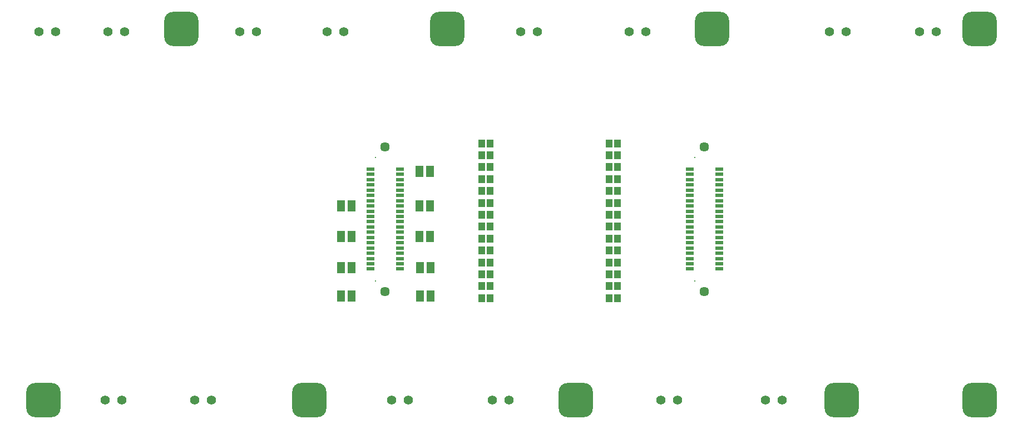
<source format=gbr>
%TF.GenerationSoftware,Altium Limited,Altium Designer,19.1.8 (144)*%
G04 Layer_Color=8388736*
%FSLAX26Y26*%
%MOIN*%
%TF.FileFunction,Soldermask,Top*%
%TF.Part,Single*%
G01*
G75*
%TA.AperFunction,ComponentPad*%
%ADD20C,0.055244*%
%ADD21C,0.057087*%
%ADD22C,0.008000*%
%TA.AperFunction,SMDPad,CuDef*%
G04:AMPARAMS|DCode=26|XSize=204.85mil|YSize=204.85mil|CornerRadius=53.213mil|HoleSize=0mil|Usage=FLASHONLY|Rotation=0.000|XOffset=0mil|YOffset=0mil|HoleType=Round|Shape=RoundedRectangle|*
%AMROUNDEDRECTD26*
21,1,0.204850,0.098425,0,0,0.0*
21,1,0.098425,0.204850,0,0,0.0*
1,1,0.106425,0.049213,-0.049213*
1,1,0.106425,-0.049213,-0.049213*
1,1,0.106425,-0.049213,0.049213*
1,1,0.106425,0.049213,0.049213*
%
%ADD26ROUNDEDRECTD26*%
%ADD27R,0.047370X0.065087*%
%ADD28R,0.041465X0.045402*%
%ADD29R,0.047244X0.023622*%
D20*
X4725000Y196850D02*
D03*
X4625000D02*
D03*
X4100000D02*
D03*
X4000000D02*
D03*
X2990000D02*
D03*
X3090000D02*
D03*
X2485000D02*
D03*
X2385000D02*
D03*
X1305000D02*
D03*
X1205000D02*
D03*
X372047Y2401574D02*
D03*
X272047D02*
D03*
X785433D02*
D03*
X685433D02*
D03*
X1575000D02*
D03*
X1475000D02*
D03*
X2100000D02*
D03*
X2000000D02*
D03*
X3260000D02*
D03*
X3160000D02*
D03*
X3910000D02*
D03*
X3810000D02*
D03*
X5110000D02*
D03*
X5010000D02*
D03*
X5650000D02*
D03*
X5550000D02*
D03*
X770000Y196850D02*
D03*
X670000D02*
D03*
D21*
X2346850Y846456D02*
D03*
Y1712598D02*
D03*
X4260236Y846456D02*
D03*
Y1712598D02*
D03*
D22*
X2287796Y909448D02*
D03*
Y1649606D02*
D03*
X4201182Y909448D02*
D03*
Y1649606D02*
D03*
D26*
X1125788Y2417204D02*
D03*
X5909252Y196732D02*
D03*
X5082480D02*
D03*
X3487992D02*
D03*
X1893504D02*
D03*
X299016D02*
D03*
X5909252Y2417204D02*
D03*
X2720276D02*
D03*
X4305000D02*
D03*
D27*
X2617480Y1565000D02*
D03*
X2552519D02*
D03*
X2147479Y1360001D02*
D03*
X2082519D02*
D03*
X2552520Y1175000D02*
D03*
X2617480D02*
D03*
X2555000Y990000D02*
D03*
X2619960D02*
D03*
X2555040Y820000D02*
D03*
X2620000D02*
D03*
X2082519D02*
D03*
X2147481D02*
D03*
X2082519Y990000D02*
D03*
X2147481D02*
D03*
X2082519Y1175000D02*
D03*
X2147479D02*
D03*
X2617480Y1360001D02*
D03*
X2552520D02*
D03*
D28*
X2977364Y1233889D02*
D03*
X2926182D02*
D03*
X2977362Y1376485D02*
D03*
X2926182D02*
D03*
X2977362Y806102D02*
D03*
X2926182D02*
D03*
X2977362Y1519081D02*
D03*
X2926182D02*
D03*
X2977362Y1162591D02*
D03*
X2926180D02*
D03*
X2977362Y1661676D02*
D03*
X2926182D02*
D03*
X2977362Y948701D02*
D03*
X2926182D02*
D03*
X2977364Y877402D02*
D03*
X2926182D02*
D03*
X2977362Y1305187D02*
D03*
X2926180D02*
D03*
X2977362Y1590378D02*
D03*
X2926180D02*
D03*
X2977364Y1447783D02*
D03*
X2926182D02*
D03*
X2977362Y1732974D02*
D03*
X2926182D02*
D03*
X2977364Y1091294D02*
D03*
X2926182D02*
D03*
X2977362Y1019996D02*
D03*
X2926182D02*
D03*
X3687993Y1732974D02*
D03*
X3739175D02*
D03*
X3687993Y1590378D02*
D03*
X3739175D02*
D03*
X3687993Y877402D02*
D03*
X3739173D02*
D03*
X3687991Y948701D02*
D03*
X3739173D02*
D03*
X3687993Y1519081D02*
D03*
X3739173D02*
D03*
X3687993Y806102D02*
D03*
X3739173D02*
D03*
X3687993Y1305187D02*
D03*
X3739173D02*
D03*
X3687993Y1019996D02*
D03*
X3739175D02*
D03*
X3687993Y1447783D02*
D03*
X3739175D02*
D03*
X3687993Y1233889D02*
D03*
X3739175D02*
D03*
X3687993Y1091294D02*
D03*
X3739175D02*
D03*
X3687993Y1376485D02*
D03*
X3739173D02*
D03*
X3687993Y1162591D02*
D03*
X3739173D02*
D03*
X3687991Y1661676D02*
D03*
X3739173D02*
D03*
D29*
X2257848Y1578740D02*
D03*
X2435854D02*
D03*
X2257848Y1547244D02*
D03*
X2435854D02*
D03*
X2257848Y1515748D02*
D03*
X2435854D02*
D03*
X2257848Y1484252D02*
D03*
X2435854D02*
D03*
X2257848Y1452756D02*
D03*
X2435854D02*
D03*
X2257848Y1421260D02*
D03*
X2435854D02*
D03*
X2257848Y1389764D02*
D03*
X2435854D02*
D03*
X2257848Y1358268D02*
D03*
X2435854D02*
D03*
X2257848Y1326772D02*
D03*
X2435854D02*
D03*
X2257848Y1295276D02*
D03*
X2435854D02*
D03*
X2257848Y1263780D02*
D03*
X2435854D02*
D03*
X2257848Y1232284D02*
D03*
X2435854D02*
D03*
X2257848Y1200788D02*
D03*
X2435854D02*
D03*
X2257848Y1169292D02*
D03*
X2435854D02*
D03*
X2257848Y1137796D02*
D03*
X2435854D02*
D03*
X2257848Y1106300D02*
D03*
X2435854D02*
D03*
X2257848Y1074804D02*
D03*
X2435854D02*
D03*
X2257848Y1043308D02*
D03*
X2435854D02*
D03*
X2257848Y1011812D02*
D03*
X2435854D02*
D03*
X2257848Y980314D02*
D03*
X2435854D02*
D03*
X4171234Y1578740D02*
D03*
X4349240D02*
D03*
X4171234Y1547244D02*
D03*
X4349240D02*
D03*
X4171234Y1515748D02*
D03*
X4349240D02*
D03*
X4171234Y1484252D02*
D03*
X4349240D02*
D03*
X4171234Y1452756D02*
D03*
X4349240D02*
D03*
X4171234Y1421260D02*
D03*
X4349240D02*
D03*
X4171234Y1389764D02*
D03*
X4349240D02*
D03*
X4171234Y1358268D02*
D03*
X4349240D02*
D03*
X4171234Y1326772D02*
D03*
X4349240D02*
D03*
X4171234Y1295276D02*
D03*
X4349240D02*
D03*
X4171234Y1263780D02*
D03*
X4349240D02*
D03*
X4171234Y1232284D02*
D03*
X4349240D02*
D03*
X4171234Y1200788D02*
D03*
X4349240D02*
D03*
X4171234Y1169292D02*
D03*
X4349240D02*
D03*
X4171234Y1137796D02*
D03*
X4349240D02*
D03*
X4171234Y1106300D02*
D03*
X4349240D02*
D03*
X4171234Y1074804D02*
D03*
X4349240D02*
D03*
X4171234Y1043308D02*
D03*
X4349240D02*
D03*
X4171234Y1011812D02*
D03*
X4349240D02*
D03*
X4171234Y980314D02*
D03*
X4349240D02*
D03*
%TF.MD5,492dbb902ce2fb94fb8f0446b6809b55*%
M02*

</source>
